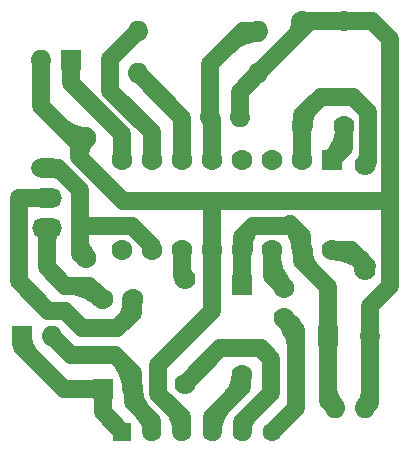
<source format=gbl>
%FSLAX44Y44*%
%MOMM*%
G71*
G01*
G75*
G04 Layer_Physical_Order=2*
G04 Layer_Color=16711680*
%ADD10C,1.7780*%
%ADD11C,1.6000*%
%ADD12R,1.6000X1.6000*%
%ADD13R,1.7556X1.7634*%
%ADD14O,1.7556X1.7634*%
%ADD15R,1.7634X1.7556*%
%ADD16O,1.7634X1.7556*%
%ADD17O,2.5400X1.6764*%
%ADD18C,1.4986*%
D10*
X327660Y152400D02*
D03*
Y241300D02*
D03*
X175260Y55880D02*
D03*
Y144780D02*
D03*
X274320Y274320D02*
D03*
Y363220D02*
D03*
X309880Y274320D02*
D03*
Y363220D02*
D03*
D11*
X248920Y15240D02*
D03*
X223520D02*
D03*
X198120D02*
D03*
X172720D02*
D03*
X147320D02*
D03*
D12*
X121920D02*
D03*
D13*
X299720Y245520D02*
D03*
X105441Y51401D02*
D03*
X223520Y139700D02*
D03*
D14*
X274320Y245520D02*
D03*
X248920D02*
D03*
X223520D02*
D03*
X198120D02*
D03*
X172720D02*
D03*
X147320D02*
D03*
X121920D02*
D03*
X299720Y169320D02*
D03*
X274320D02*
D03*
X248920D02*
D03*
X223520D02*
D03*
X198120D02*
D03*
X172720D02*
D03*
X147320D02*
D03*
X121920D02*
D03*
X130841Y51401D02*
D03*
Y127601D02*
D03*
X105441D02*
D03*
X91440Y264360D02*
D03*
Y162360D02*
D03*
X259080Y111760D02*
D03*
Y137160D02*
D03*
X223520Y63500D02*
D03*
D15*
X36860Y96480D02*
D03*
X78740Y330200D02*
D03*
X296474Y96520D02*
D03*
D16*
X62260Y96480D02*
D03*
X53340Y330200D02*
D03*
X237120Y354240D02*
D03*
X135120D02*
D03*
Y318680D02*
D03*
X237120D02*
D03*
X196300Y281600D02*
D03*
X221700D02*
D03*
X331475Y96520D02*
D03*
X327660Y35560D02*
D03*
X302260D02*
D03*
D17*
X58420Y187960D02*
D03*
Y213360D02*
D03*
Y238760D02*
D03*
D18*
X71941Y234059D02*
X69969Y235678D01*
X67719Y236880D01*
X65277Y237621D01*
X62738Y237871D01*
X214212Y44092D02*
X216017Y46084D01*
X217619Y48243D01*
X219001Y50549D01*
X220150Y52979D01*
X221056Y55510D01*
X221709Y58117D01*
X222103Y60776D01*
X222235Y63461D01*
X296474Y52536D02*
X296617Y49992D01*
X297044Y47480D01*
X297750Y45031D01*
X298725Y42677D01*
X299957Y40447D01*
X301432Y38369D01*
X303130Y36469D01*
X326791D02*
X328420Y38377D01*
X329732Y40517D01*
X330692Y42835D01*
X331278Y45276D01*
X331475Y47778D01*
X248920Y164830D02*
X249001Y162358D01*
X249243Y159897D01*
X249646Y157457D01*
X250208Y155049D01*
X250926Y152682D01*
X251797Y150368D01*
X252817Y148116D01*
X253983Y145934D01*
X255289Y143834D01*
X256729Y141824D01*
X258298Y139913D01*
X259989Y138108D01*
X269240Y97381D02*
X268992Y99948D01*
X268258Y102420D01*
X267065Y104706D01*
X265456Y106722D01*
X263491Y108393D01*
X261243Y109657D01*
X258795Y110468D01*
X269240Y84091D02*
X269159Y86562D01*
X268917Y89023D01*
X268514Y91463D01*
X267952Y93871D01*
X267235Y96238D01*
X266364Y98553D01*
X265343Y100805D01*
X264177Y102986D01*
X262871Y105086D01*
X261431Y107096D01*
X259862Y109008D01*
X258172Y110813D01*
X236761Y352995D02*
X234239Y353473D01*
X231677Y353620D01*
X229118Y353435D01*
X226604Y352920D01*
X224177Y352085D01*
X221879Y350943D01*
X219748Y349513D01*
X217820Y347820D01*
X237081Y352955D02*
X234648Y352868D01*
X232228Y352608D01*
X229832Y352176D01*
X227473Y351573D01*
X225163Y350805D01*
X222914Y349873D01*
X220737Y348783D01*
X218643Y347541D01*
X216644Y346153D01*
X214748Y344625D01*
X212966Y342966D01*
X86000Y178635D02*
X86136Y176208D01*
X86543Y173812D01*
X87216Y171476D01*
X88147Y169230D01*
X89322Y167103D01*
X90729Y165120D01*
X92349Y163308D01*
Y263412D02*
X90665Y261528D01*
X89203Y259468D01*
X87981Y257257D01*
X87014Y254923D01*
X86315Y252495D01*
X85892Y250004D01*
X85750Y247481D01*
X69651Y274709D02*
X71427Y273067D01*
X73327Y271569D01*
X75339Y270225D01*
X77450Y269042D01*
X79648Y268029D01*
X81918Y267192D01*
X84247Y266535D01*
X86620Y266063D01*
X89022Y265779D01*
X91440Y265684D01*
X104532Y126731D02*
X102690Y128465D01*
X100746Y130085D01*
X98708Y131585D01*
X96583Y132959D01*
X94379Y134202D01*
X92104Y135310D01*
X89766Y136278D01*
X87374Y137103D01*
X84937Y137783D01*
X82463Y138314D01*
X79962Y138695D01*
X77442Y138924D01*
X74912Y139000D01*
X123861Y108861D02*
X125527Y110742D01*
X126952Y112810D01*
X128117Y115036D01*
X129004Y117386D01*
X129600Y119826D01*
X129896Y122321D01*
X129889Y124833D01*
X129578Y127325D01*
X129556Y51440D02*
X129463Y54024D01*
X129187Y56595D01*
X128728Y59140D01*
X128088Y61645D01*
X127272Y64099D01*
X126282Y66488D01*
X125125Y68800D01*
X123805Y71024D01*
X122330Y73148D01*
X120708Y75162D01*
X118946Y77054D01*
X132126Y51362D02*
X132237Y48802D01*
X132572Y46261D01*
X133126Y43759D01*
X133897Y41315D01*
X134878Y38948D01*
X136061Y36674D01*
X137438Y34513D01*
X138998Y32480D01*
X140729Y30591D01*
X38184Y96480D02*
X38308Y93957D01*
X38679Y91457D01*
X39293Y89007D01*
X40144Y86628D01*
X41224Y84344D01*
X42523Y82177D01*
X44028Y80147D01*
X45725Y78275D01*
X232439Y189439D02*
X230789Y187627D01*
X229316Y185669D01*
X228032Y183582D01*
X226948Y181385D01*
X226075Y179096D01*
X225418Y176735D01*
X224986Y174323D01*
X224780Y171881D01*
X224803Y169431D01*
X275605Y169281D02*
X275732Y166705D01*
X276110Y164154D01*
X276737Y161652D01*
X277606Y159223D01*
X278708Y156892D01*
X280034Y154680D01*
X281571Y152608D01*
X283303Y150697D01*
X273073Y169667D02*
X273515Y172262D01*
X273573Y174893D01*
X273245Y177504D01*
X272539Y180040D01*
X271469Y182445D01*
X270060Y184668D01*
X268340Y186660D01*
X273035Y169359D02*
X272919Y172011D01*
X272573Y174644D01*
X271998Y177236D01*
X271200Y179768D01*
X270184Y182221D01*
X268958Y184576D01*
X267531Y186815D01*
X265915Y188921D01*
X264121Y190879D01*
X329465Y155675D02*
X327615Y157417D01*
X325663Y159044D01*
X323616Y160550D01*
X321482Y161929D01*
X319269Y163178D01*
X316984Y164290D01*
X314637Y165262D01*
X312235Y166091D01*
X309787Y166773D01*
X307303Y167307D01*
X304791Y167689D01*
X302260Y167919D01*
X299720Y167996D01*
X323889Y161251D02*
X321966Y162987D01*
X319877Y164520D01*
X317643Y165832D01*
X315287Y166910D01*
X312834Y167744D01*
X310308Y168324D01*
X307737Y168645D01*
X305147Y168703D01*
X302564Y168497D01*
X300016Y168030D01*
X298811Y246467D02*
X300502Y248272D01*
X302071Y250184D01*
X303511Y252194D01*
X304817Y254294D01*
X305983Y256475D01*
X307003Y258727D01*
X307875Y261042D01*
X308592Y263408D01*
X309154Y265817D01*
X309557Y268256D01*
X309799Y270718D01*
X309880Y273189D01*
X146813Y15240D02*
X146672Y17745D01*
X146252Y20218D01*
X145557Y22629D01*
X144598Y24947D01*
X143384Y27143D01*
X141932Y29189D01*
X140260Y31060D01*
X172213Y15240D02*
X172097Y17889D01*
X171751Y20518D01*
X171177Y23107D01*
X170380Y25635D01*
X169365Y28085D01*
X168141Y30437D01*
X166716Y32673D01*
X165102Y34777D01*
X163311Y36732D01*
X208008Y37888D02*
X206301Y36041D01*
X204744Y34066D01*
X203347Y31975D01*
X202118Y29781D01*
X201065Y27497D01*
X200195Y25138D01*
X199512Y22717D01*
X199021Y20250D01*
X198726Y17753D01*
X198627Y15240D01*
X230240Y30240D02*
X228655Y28466D01*
X227278Y26526D01*
X226128Y24444D01*
X225217Y22246D01*
X224559Y19961D01*
X224160Y17615D01*
X224027Y15240D01*
X266745Y348305D02*
X268321Y350069D01*
X269690Y351998D01*
X270834Y354068D01*
X271740Y356253D01*
X272394Y358526D01*
X272791Y360858D01*
X272923Y363220D01*
X283069Y292069D02*
X281415Y290244D01*
X279947Y288265D01*
X278681Y286152D01*
X277628Y283926D01*
X276798Y281606D01*
X276199Y279217D01*
X275838Y276780D01*
X275717Y274320D01*
X172720Y154284D02*
X172952Y151935D01*
X173637Y149675D01*
X174750Y147593D01*
X176248Y145768D01*
X326672Y242288D02*
X328116Y244047D01*
X329189Y246055D01*
X329850Y248233D01*
X330073Y250498D01*
X326263Y152400D02*
X326071Y154846D01*
X325498Y157232D01*
X324559Y159499D01*
X323277Y161591D01*
X321683Y163457D01*
X71941Y234059D02*
X69969Y235678D01*
X67719Y236880D01*
X65277Y237621D01*
X62738Y237871D01*
X214212Y44092D02*
X216017Y46084D01*
X217619Y48243D01*
X219001Y50549D01*
X220150Y52979D01*
X221056Y55510D01*
X221709Y58117D01*
X222103Y60776D01*
X222235Y63461D01*
X296474Y52536D02*
X296617Y49992D01*
X297044Y47480D01*
X297750Y45031D01*
X298725Y42677D01*
X299957Y40447D01*
X301432Y38369D01*
X303130Y36469D01*
X326791D02*
X328420Y38377D01*
X329732Y40517D01*
X330692Y42835D01*
X331278Y45276D01*
X331475Y47778D01*
X248920Y164830D02*
X249001Y162358D01*
X249243Y159897D01*
X249646Y157457D01*
X250208Y155049D01*
X250926Y152682D01*
X251797Y150368D01*
X252817Y148116D01*
X253983Y145934D01*
X255289Y143834D01*
X256729Y141824D01*
X258298Y139913D01*
X259989Y138108D01*
X269240Y97381D02*
X268992Y99948D01*
X268258Y102420D01*
X267065Y104706D01*
X265456Y106722D01*
X263491Y108393D01*
X261243Y109657D01*
X258795Y110468D01*
X269240Y84091D02*
X269159Y86562D01*
X268917Y89023D01*
X268514Y91463D01*
X267952Y93871D01*
X267235Y96238D01*
X266364Y98553D01*
X265343Y100805D01*
X264177Y102986D01*
X262871Y105086D01*
X261431Y107096D01*
X259862Y109008D01*
X258172Y110813D01*
X236761Y352995D02*
X234239Y353473D01*
X231677Y353620D01*
X229118Y353435D01*
X226604Y352920D01*
X224177Y352085D01*
X221879Y350943D01*
X219748Y349513D01*
X217820Y347820D01*
X237081Y352955D02*
X234648Y352868D01*
X232228Y352608D01*
X229832Y352176D01*
X227473Y351573D01*
X225163Y350805D01*
X222914Y349873D01*
X220737Y348783D01*
X218643Y347541D01*
X216644Y346153D01*
X214748Y344625D01*
X212966Y342966D01*
X86000Y178635D02*
X86136Y176208D01*
X86543Y173812D01*
X87216Y171476D01*
X88147Y169230D01*
X89322Y167103D01*
X90729Y165120D01*
X92349Y163308D01*
Y263412D02*
X90665Y261528D01*
X89203Y259468D01*
X87981Y257257D01*
X87014Y254923D01*
X86315Y252495D01*
X85892Y250004D01*
X85750Y247481D01*
X69651Y274709D02*
X71427Y273067D01*
X73327Y271569D01*
X75339Y270225D01*
X77450Y269042D01*
X79648Y268029D01*
X81918Y267192D01*
X84247Y266535D01*
X86620Y266063D01*
X89022Y265779D01*
X91440Y265684D01*
X104532Y126731D02*
X102690Y128465D01*
X100746Y130085D01*
X98708Y131585D01*
X96583Y132959D01*
X94379Y134202D01*
X92104Y135310D01*
X89766Y136278D01*
X87374Y137103D01*
X84937Y137783D01*
X82463Y138314D01*
X79962Y138695D01*
X77442Y138924D01*
X74912Y139000D01*
X123861Y108861D02*
X125527Y110742D01*
X126952Y112810D01*
X128117Y115036D01*
X129004Y117386D01*
X129600Y119826D01*
X129896Y122321D01*
X129889Y124833D01*
X129578Y127325D01*
X129556Y51440D02*
X129463Y54024D01*
X129187Y56595D01*
X128728Y59140D01*
X128088Y61645D01*
X127272Y64099D01*
X126282Y66488D01*
X125125Y68800D01*
X123805Y71024D01*
X122330Y73148D01*
X120708Y75162D01*
X118946Y77054D01*
X132126Y51362D02*
X132237Y48802D01*
X132572Y46261D01*
X133126Y43759D01*
X133897Y41315D01*
X134878Y38948D01*
X136061Y36674D01*
X137438Y34513D01*
X138998Y32480D01*
X140729Y30591D01*
X38184Y96480D02*
X38308Y93957D01*
X38679Y91457D01*
X39293Y89007D01*
X40144Y86628D01*
X41224Y84344D01*
X42523Y82177D01*
X44028Y80147D01*
X45725Y78275D01*
X232439Y189439D02*
X230789Y187627D01*
X229316Y185669D01*
X228032Y183582D01*
X226948Y181385D01*
X226075Y179096D01*
X225418Y176735D01*
X224986Y174323D01*
X224780Y171881D01*
X224803Y169431D01*
X275605Y169281D02*
X275732Y166705D01*
X276110Y164154D01*
X276737Y161652D01*
X277606Y159223D01*
X278708Y156892D01*
X280034Y154680D01*
X281571Y152608D01*
X283303Y150697D01*
X273073Y169667D02*
X273515Y172262D01*
X273573Y174893D01*
X273245Y177504D01*
X272539Y180040D01*
X271469Y182445D01*
X270060Y184668D01*
X268340Y186660D01*
X273035Y169359D02*
X272919Y172011D01*
X272573Y174644D01*
X271998Y177236D01*
X271200Y179768D01*
X270184Y182221D01*
X268958Y184576D01*
X267531Y186815D01*
X265915Y188921D01*
X264121Y190879D01*
X329465Y155675D02*
X327615Y157417D01*
X325663Y159044D01*
X323616Y160550D01*
X321482Y161929D01*
X319269Y163178D01*
X316984Y164290D01*
X314637Y165262D01*
X312235Y166091D01*
X309787Y166773D01*
X307303Y167307D01*
X304791Y167689D01*
X302260Y167919D01*
X299720Y167996D01*
X323889Y161251D02*
X321966Y162987D01*
X319877Y164520D01*
X317643Y165832D01*
X315287Y166910D01*
X312834Y167744D01*
X310308Y168324D01*
X307737Y168645D01*
X305147Y168703D01*
X302564Y168497D01*
X300016Y168030D01*
X298811Y246467D02*
X300502Y248272D01*
X302071Y250184D01*
X303511Y252194D01*
X304817Y254294D01*
X305983Y256475D01*
X307003Y258727D01*
X307875Y261042D01*
X308592Y263408D01*
X309154Y265817D01*
X309557Y268256D01*
X309799Y270718D01*
X309880Y273189D01*
X146813Y15240D02*
X146672Y17745D01*
X146252Y20218D01*
X145557Y22629D01*
X144598Y24947D01*
X143384Y27143D01*
X141932Y29189D01*
X140260Y31060D01*
X172213Y15240D02*
X172097Y17889D01*
X171751Y20518D01*
X171177Y23107D01*
X170380Y25635D01*
X169365Y28085D01*
X168141Y30437D01*
X166716Y32673D01*
X165102Y34777D01*
X163311Y36732D01*
X208008Y37888D02*
X206301Y36041D01*
X204744Y34066D01*
X203347Y31975D01*
X202118Y29781D01*
X201065Y27497D01*
X200195Y25138D01*
X199512Y22717D01*
X199021Y20250D01*
X198726Y17753D01*
X198627Y15240D01*
X230240Y30240D02*
X228655Y28466D01*
X227278Y26526D01*
X226128Y24444D01*
X225217Y22246D01*
X224559Y19961D01*
X224160Y17615D01*
X224027Y15240D01*
X266745Y348305D02*
X268321Y350069D01*
X269690Y351998D01*
X270834Y354068D01*
X271740Y356253D01*
X272394Y358526D01*
X272791Y360858D01*
X272923Y363220D01*
X283069Y292069D02*
X281415Y290244D01*
X279947Y288265D01*
X278681Y286152D01*
X277628Y283926D01*
X276798Y281606D01*
X276199Y279217D01*
X275838Y276780D01*
X275717Y274320D01*
X172720Y154284D02*
X172952Y151935D01*
X173637Y149675D01*
X174750Y147593D01*
X176248Y145768D01*
X326672Y242288D02*
X328116Y244047D01*
X329189Y246055D01*
X329850Y248233D01*
X330073Y250498D01*
X326263Y152400D02*
X326071Y154846D01*
X325498Y157232D01*
X324559Y159499D01*
X323277Y161591D01*
X321683Y163457D01*
X331475Y121475D02*
X349000Y139000D01*
Y211000D01*
X331475Y96520D02*
Y121475D01*
X327660Y35560D02*
X331475Y39375D01*
Y96520D01*
X296474Y41346D02*
X302260Y35560D01*
X296474Y41346D02*
Y96520D01*
Y137526D01*
X274320Y159680D02*
X296474Y137526D01*
X248920Y147320D02*
X259080Y137160D01*
X248920Y147320D02*
Y169320D01*
X269240Y35560D02*
Y101600D01*
X259080Y111760D02*
X269240Y101600D01*
X239190Y85810D02*
X248000Y77000D01*
Y48000D02*
Y77000D01*
X205190Y85810D02*
X239190D01*
X175260Y55880D02*
X205190Y85810D01*
X317072Y299000D02*
X330073Y285999D01*
X290000Y299000D02*
X317072D01*
X330073Y243713D02*
Y285999D01*
X67280Y238720D02*
X86000Y220000D01*
X52280Y238720D02*
X67280D01*
X34320Y142680D02*
Y213320D01*
Y142680D02*
X59423Y117577D01*
X58420Y180340D02*
X59000Y179760D01*
X58420Y180340D02*
Y187960D01*
Y154580D02*
Y180340D01*
Y154580D02*
X74000Y139000D01*
X78740Y314000D02*
Y330200D01*
Y310260D02*
Y314000D01*
X121920Y245520D02*
Y267080D01*
X78740Y310260D02*
X121920Y267080D01*
X198000Y211000D02*
X349000D01*
Y347760D01*
X333540Y363220D02*
X349000Y347760D01*
X327660Y241300D02*
X330073Y243713D01*
X315820Y169320D02*
X327070Y158070D01*
X327000Y158000D02*
X327660Y157340D01*
Y152400D02*
Y157340D01*
X265560Y189440D02*
X274000Y181000D01*
X223520Y180520D02*
X232440Y189440D01*
X53340Y291020D02*
X83180Y261180D01*
X85750Y248250D02*
Y263750D01*
X123000Y211000D02*
X198000D01*
X85750Y263750D02*
X86360Y264360D01*
X85750Y248250D02*
X123000Y211000D01*
X198000D02*
X198120Y210880D01*
X303120Y169320D02*
X315820D01*
X299720D02*
X303120D01*
X274320Y283320D02*
X290000Y299000D01*
X274320Y274320D02*
Y283320D01*
Y245520D02*
Y274320D01*
X198120Y169320D02*
Y210880D01*
X130238Y189440D02*
X147320Y172358D01*
Y169320D02*
Y172358D01*
X232440Y189440D02*
X265560D01*
X92560D02*
X130238D01*
X172720Y147320D02*
X175260Y144780D01*
X172720Y147320D02*
Y169320D01*
X152527Y71527D02*
X198120Y117120D01*
X172720Y15240D02*
Y27323D01*
X152527Y47516D02*
X172720Y27323D01*
X152527Y47516D02*
Y71527D01*
X198120Y117120D02*
Y169320D01*
X198120Y28000D02*
X223520Y53400D01*
X198120Y15240D02*
Y28000D01*
X223520Y53400D02*
Y63500D01*
Y23520D02*
X248000Y48000D01*
X223520Y15240D02*
Y23520D01*
Y146260D02*
Y169320D01*
Y139700D02*
Y146260D01*
X223520Y146260D01*
X223520Y169320D02*
X223520Y169320D01*
X248920Y15240D02*
X269240Y35560D01*
X274320Y159680D02*
Y169320D01*
X309880Y363220D02*
X333540D01*
X278600D02*
X309880D01*
X274320D02*
X278600D01*
Y360160D02*
Y363220D01*
X274320Y355880D02*
X278600Y360160D01*
X274320Y355880D02*
Y363220D01*
X237120Y318680D02*
X274320Y355880D01*
X309880Y255680D02*
Y274320D01*
X299720Y245520D02*
X309880Y255680D01*
X147320Y15240D02*
Y24000D01*
X130841Y40479D02*
X147320Y24000D01*
X130841Y40479D02*
Y51401D01*
X105441Y46559D02*
Y51401D01*
Y31719D02*
Y46559D01*
X100599Y51401D02*
X105441Y46559D01*
Y31719D02*
X121920Y15240D01*
X72599Y51401D02*
X100599D01*
X59423Y117577D02*
X73423D01*
X88000Y103000D01*
X118000D02*
X130841Y115841D01*
X88000Y103000D02*
X118000D01*
X62260Y96480D02*
X78740Y80000D01*
X116000D01*
X36860Y87140D02*
X72599Y51401D01*
X94041Y139000D02*
X105441Y127601D01*
X130841Y51401D02*
Y65159D01*
X116000Y80000D02*
X130841Y65159D01*
X274000Y169640D02*
Y181000D01*
X223520Y169320D02*
Y180520D01*
X274000Y169640D02*
X274320Y169320D01*
X130841Y115841D02*
Y127601D01*
X36860Y87140D02*
Y96480D01*
X198120Y245520D02*
Y279780D01*
X196300Y281600D02*
X198120Y279780D01*
X196300Y281600D02*
Y326300D01*
X224240Y354240D02*
X237120D01*
X196300Y326300D02*
X224240Y354240D01*
X221700Y281600D02*
Y303260D01*
X237120Y318680D01*
X135120D02*
X172720Y281080D01*
Y245520D02*
Y281080D01*
X34320Y213320D02*
X35517D01*
X86000Y165640D02*
Y220000D01*
X34320Y213320D02*
X50760D01*
X50800Y213360D01*
X74000Y139000D02*
X94041D01*
X112000Y304000D02*
Y331120D01*
X135120Y354240D01*
X53340Y291020D02*
Y330200D01*
X147320Y245520D02*
Y268680D01*
X112000Y304000D02*
X147320Y268680D01*
M02*

</source>
